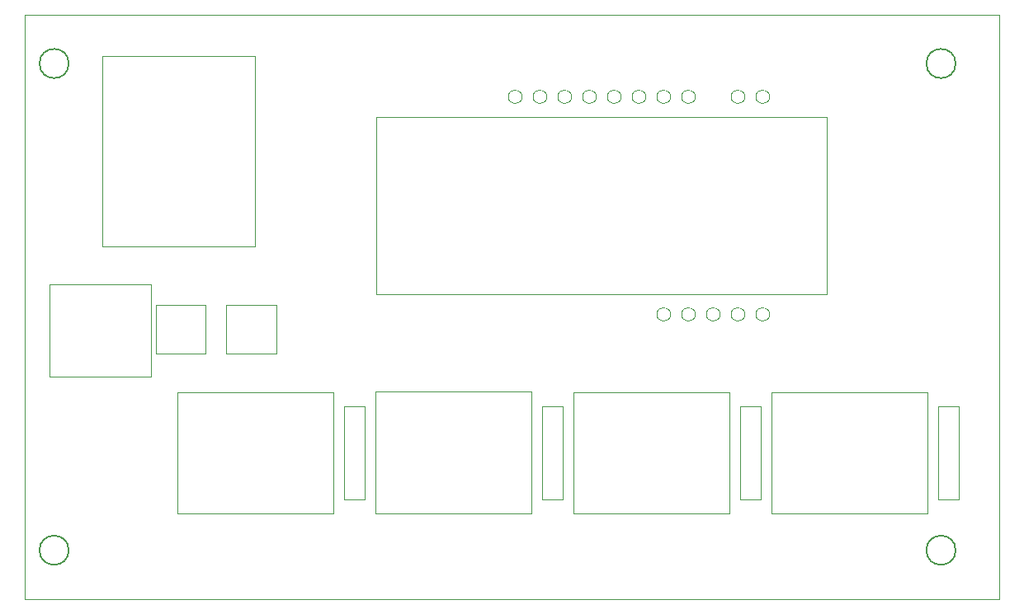
<source format=gbr>
%TF.GenerationSoftware,KiCad,Pcbnew,(6.0.7)*%
%TF.CreationDate,2023-03-20T00:03:39-04:00*%
%TF.ProjectId,timer,74696d65-722e-46b6-9963-61645f706362,rev?*%
%TF.SameCoordinates,Original*%
%TF.FileFunction,Other,User*%
%FSLAX46Y46*%
G04 Gerber Fmt 4.6, Leading zero omitted, Abs format (unit mm)*
G04 Created by KiCad (PCBNEW (6.0.7)) date 2023-03-20 00:03:39*
%MOMM*%
%LPD*%
G01*
G04 APERTURE LIST*
%TA.AperFunction,Profile*%
%ADD10C,0.150000*%
%TD*%
%TA.AperFunction,Profile*%
%ADD11C,0.100000*%
%TD*%
%ADD12C,0.050000*%
G04 APERTURE END LIST*
D10*
X121500000Y-60000000D02*
G75*
G03*
X121500000Y-60000000I-1500000J0D01*
G01*
X212500000Y-60000000D02*
G75*
G03*
X212500000Y-60000000I-1500000J0D01*
G01*
X121500000Y-110000000D02*
G75*
G03*
X121500000Y-110000000I-1500000J0D01*
G01*
D11*
X117000000Y-55000000D02*
X217000000Y-55000000D01*
X217000000Y-55000000D02*
X217000000Y-115000000D01*
X217000000Y-115000000D02*
X117000000Y-115000000D01*
X117000000Y-115000000D02*
X117000000Y-55000000D01*
D10*
X212500000Y-110000000D02*
G75*
G03*
X212500000Y-110000000I-1500000J0D01*
G01*
D12*
%TO.C,3.3V*%
X190870000Y-63424000D02*
G75*
G03*
X190870000Y-63424000I-700000J0D01*
G01*
%TO.C,D13*%
X193410000Y-63424000D02*
G75*
G03*
X193410000Y-63424000I-700000J0D01*
G01*
%TO.C,A1*%
X183250000Y-63424000D02*
G75*
G03*
X183250000Y-63424000I-700000J0D01*
G01*
%TO.C,A0*%
X185790000Y-63424000D02*
G75*
G03*
X185790000Y-63424000I-700000J0D01*
G01*
%TO.C,A2*%
X180710000Y-63424000D02*
G75*
G03*
X180710000Y-63424000I-700000J0D01*
G01*
%TO.C,A4*%
X175630000Y-63424000D02*
G75*
G03*
X175630000Y-63424000I-700000J0D01*
G01*
%TO.C,A6*%
X170550000Y-63424000D02*
G75*
G03*
X170550000Y-63424000I-700000J0D01*
G01*
%TO.C,A3*%
X178170000Y-63424000D02*
G75*
G03*
X178170000Y-63424000I-700000J0D01*
G01*
%TO.C,A5*%
X173090000Y-63424000D02*
G75*
G03*
X173090000Y-63424000I-700000J0D01*
G01*
%TO.C,A7*%
X168010000Y-63424000D02*
G75*
G03*
X168010000Y-63424000I-700000J0D01*
G01*
%TO.C,D12*%
X193410000Y-85776000D02*
G75*
G03*
X193410000Y-85776000I-700000J0D01*
G01*
%TO.C,D11*%
X190870000Y-85776000D02*
G75*
G03*
X190870000Y-85776000I-700000J0D01*
G01*
%TO.C,D10*%
X188330000Y-85776000D02*
G75*
G03*
X188330000Y-85776000I-700000J0D01*
G01*
%TO.C,D9*%
X185790000Y-85776000D02*
G75*
G03*
X185790000Y-85776000I-700000J0D01*
G01*
%TO.C,D8*%
X183250000Y-85776000D02*
G75*
G03*
X183250000Y-85776000I-700000J0D01*
G01*
%TO.C,Relay*%
X140650000Y-78800000D02*
X124950000Y-78800000D01*
X124950000Y-59200000D02*
X140650000Y-59200000D01*
X140650000Y-78800000D02*
X140650000Y-59200000D01*
X124950000Y-59200000D02*
X124950000Y-78800000D01*
%TO.C,A1*%
X199310000Y-65460000D02*
X153090000Y-65460000D01*
X153090000Y-83740000D02*
X153090000Y-65460000D01*
X199310000Y-65460000D02*
X199310000Y-83740000D01*
X153090000Y-83740000D02*
X199310000Y-83740000D01*
%TO.C,Battery*%
X137670000Y-89800000D02*
X142770000Y-89800000D01*
X130470000Y-84800000D02*
X130470000Y-89800000D01*
X135570000Y-84800000D02*
X130470000Y-84800000D01*
X130470000Y-89800000D02*
X135570000Y-89800000D01*
X142770000Y-89800000D02*
X142770000Y-84800000D01*
X142770000Y-84800000D02*
X137670000Y-84800000D01*
X135570000Y-89800000D02*
X135570000Y-84800000D01*
X137670000Y-84800000D02*
X137670000Y-89800000D01*
%TO.C,SW4*%
X209610000Y-106250000D02*
X193590000Y-106250000D01*
X193590000Y-93750000D02*
X193590000Y-106250000D01*
X193590000Y-93750000D02*
X209610000Y-93750000D01*
X209610000Y-106250000D02*
X209610000Y-93750000D01*
%TO.C,SW3*%
X189290000Y-106250000D02*
X173270000Y-106250000D01*
X173270000Y-93750000D02*
X173270000Y-106250000D01*
X173270000Y-93750000D02*
X189290000Y-93750000D01*
X189290000Y-106250000D02*
X189290000Y-93750000D01*
%TO.C,SW2*%
X152950000Y-93710000D02*
X168970000Y-93710000D01*
X168970000Y-106210000D02*
X168970000Y-93710000D01*
X168970000Y-106210000D02*
X152950000Y-106210000D01*
X152950000Y-93710000D02*
X152950000Y-106210000D01*
%TO.C,SW1*%
X132630000Y-93750000D02*
X148650000Y-93750000D01*
X148650000Y-106250000D02*
X148650000Y-93750000D01*
X148650000Y-106250000D02*
X132630000Y-106250000D01*
X132630000Y-93750000D02*
X132630000Y-106250000D01*
%TO.C,R5*%
X210710000Y-104760000D02*
X212810000Y-104760000D01*
X210710000Y-95240000D02*
X210710000Y-104760000D01*
X212810000Y-104760000D02*
X212810000Y-95240000D01*
X212810000Y-95240000D02*
X210710000Y-95240000D01*
%TO.C,R3*%
X190390000Y-104760000D02*
X192490000Y-104760000D01*
X190390000Y-95240000D02*
X190390000Y-104760000D01*
X192490000Y-104760000D02*
X192490000Y-95240000D01*
X192490000Y-95240000D02*
X190390000Y-95240000D01*
%TO.C,R2*%
X170070000Y-104760000D02*
X172170000Y-104760000D01*
X170070000Y-95240000D02*
X170070000Y-104760000D01*
X172170000Y-104760000D02*
X172170000Y-95240000D01*
X172170000Y-95240000D02*
X170070000Y-95240000D01*
%TO.C,R1*%
X151850000Y-95240000D02*
X149750000Y-95240000D01*
X151850000Y-104760000D02*
X151850000Y-95240000D01*
X149750000Y-95240000D02*
X149750000Y-104760000D01*
X149750000Y-104760000D02*
X151850000Y-104760000D01*
%TO.C,Speaker*%
X119560000Y-82650000D02*
X119560000Y-92150000D01*
X119560000Y-92150000D02*
X129960000Y-92150000D01*
X129960000Y-82650000D02*
X119560000Y-82650000D01*
X129960000Y-92150000D02*
X129960000Y-82650000D01*
%TD*%
M02*

</source>
